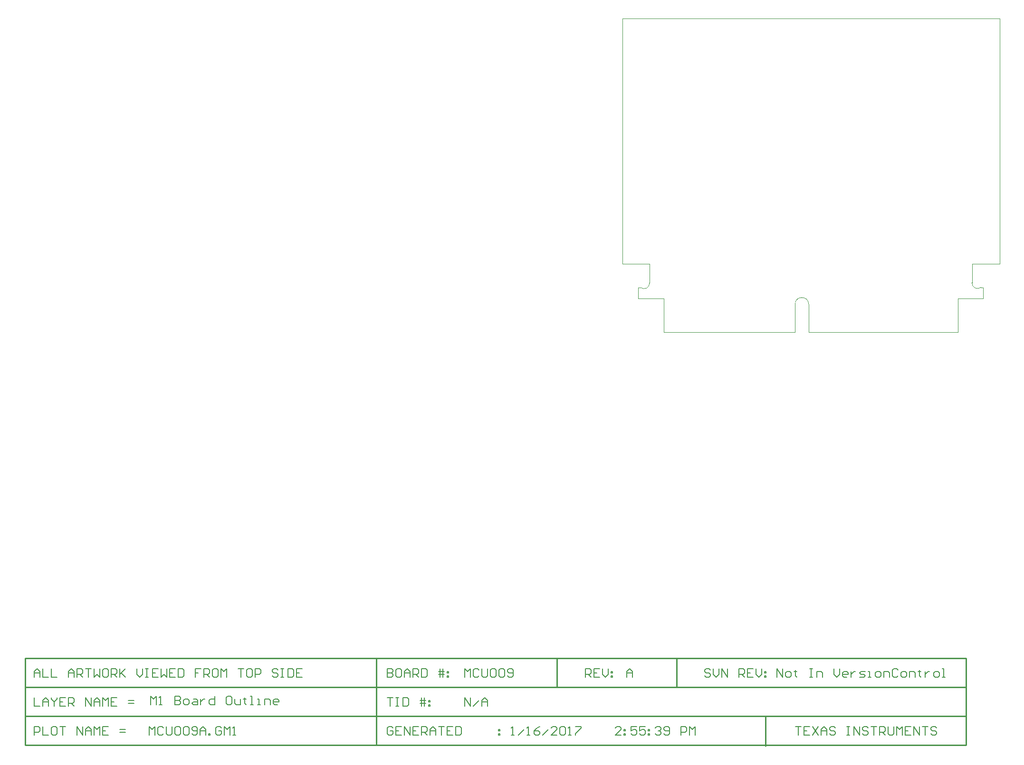
<source format=gm1>
G04 Layer_Color=16711935*
%FSAX25Y25*%
%MOIN*%
G70*
G01*
G75*
%ADD39C,0.01000*%
%ADD40C,0.00800*%
%ADD70C,0.00400*%
%ADD122C,0.00394*%
G54D39*
X0497200Y0080717D02*
Y0101050D01*
X0413200Y0080717D02*
Y0101050D01*
X0040000Y0080717D02*
X0700200D01*
X0040000Y0060383D02*
X0700000D01*
X0040000Y0040050D02*
X0440500D01*
X0040050Y0101050D02*
X0700200D01*
X0040050Y0040050D02*
Y0101050D01*
Y0040050D02*
X0197600D01*
X0040000D02*
Y0101050D01*
X0286500Y0040050D02*
Y0101050D01*
X0700200Y0040050D02*
Y0101050D01*
X0440500Y0040050D02*
X0700200D01*
X0559400Y0039400D02*
Y0059683D01*
G54D40*
X0128090Y0068560D02*
Y0074558D01*
X0130089Y0072559D01*
X0132089Y0074558D01*
Y0068560D01*
X0134088D02*
X0136087D01*
X0135088D01*
Y0074558D01*
X0134088Y0073558D01*
X0145085Y0074558D02*
Y0068560D01*
X0148083D01*
X0149083Y0069560D01*
Y0070559D01*
X0148083Y0071559D01*
X0145085D01*
X0148083D01*
X0149083Y0072559D01*
Y0073558D01*
X0148083Y0074558D01*
X0145085D01*
X0152082Y0068560D02*
X0154082D01*
X0155081Y0069560D01*
Y0071559D01*
X0154082Y0072559D01*
X0152082D01*
X0151083Y0071559D01*
Y0069560D01*
X0152082Y0068560D01*
X0158080Y0072559D02*
X0160080D01*
X0161079Y0071559D01*
Y0068560D01*
X0158080D01*
X0157081Y0069560D01*
X0158080Y0070559D01*
X0161079D01*
X0163079Y0072559D02*
Y0068560D01*
Y0070559D01*
X0164078Y0071559D01*
X0165078Y0072559D01*
X0166078D01*
X0173075Y0074558D02*
Y0068560D01*
X0170076D01*
X0169077Y0069560D01*
Y0071559D01*
X0170076Y0072559D01*
X0173075D01*
X0184072Y0074558D02*
X0182072D01*
X0181073Y0073558D01*
Y0069560D01*
X0182072Y0068560D01*
X0184072D01*
X0185072Y0069560D01*
Y0073558D01*
X0184072Y0074558D01*
X0187071Y0072559D02*
Y0069560D01*
X0188071Y0068560D01*
X0191070D01*
Y0072559D01*
X0194069Y0073558D02*
Y0072559D01*
X0193069D01*
X0195068D01*
X0194069D01*
Y0069560D01*
X0195068Y0068560D01*
X0198067D02*
X0200067D01*
X0199067D01*
Y0074558D01*
X0198067D01*
X0203066Y0068560D02*
X0205065D01*
X0204065D01*
Y0072559D01*
X0203066D01*
X0208064Y0068560D02*
Y0072559D01*
X0211063D01*
X0212063Y0071559D01*
Y0068560D01*
X0217061D02*
X0215062D01*
X0214062Y0069560D01*
Y0071559D01*
X0215062Y0072559D01*
X0217061D01*
X0218061Y0071559D01*
Y0070559D01*
X0214062D01*
X0567400Y0087833D02*
Y0093831D01*
X0571399Y0087833D01*
Y0093831D01*
X0574398Y0087833D02*
X0576397D01*
X0577397Y0088833D01*
Y0090832D01*
X0576397Y0091832D01*
X0574398D01*
X0573398Y0090832D01*
Y0088833D01*
X0574398Y0087833D01*
X0580396Y0092832D02*
Y0091832D01*
X0579396D01*
X0581395D01*
X0580396D01*
Y0088833D01*
X0581395Y0087833D01*
X0590393Y0093831D02*
X0592392D01*
X0591392D01*
Y0087833D01*
X0590393D01*
X0592392D01*
X0595391D02*
Y0091832D01*
X0598390D01*
X0599390Y0090832D01*
Y0087833D01*
X0607387Y0093831D02*
Y0089833D01*
X0609386Y0087833D01*
X0611386Y0089833D01*
Y0093831D01*
X0616384Y0087833D02*
X0614385D01*
X0613385Y0088833D01*
Y0090832D01*
X0614385Y0091832D01*
X0616384D01*
X0617384Y0090832D01*
Y0089833D01*
X0613385D01*
X0619383Y0091832D02*
Y0087833D01*
Y0089833D01*
X0620383Y0090832D01*
X0621383Y0091832D01*
X0622382D01*
X0625381Y0087833D02*
X0628380D01*
X0629380Y0088833D01*
X0628380Y0089833D01*
X0626381D01*
X0625381Y0090832D01*
X0626381Y0091832D01*
X0629380D01*
X0631379Y0087833D02*
X0633379D01*
X0632379D01*
Y0091832D01*
X0631379D01*
X0637377Y0087833D02*
X0639377D01*
X0640376Y0088833D01*
Y0090832D01*
X0639377Y0091832D01*
X0637377D01*
X0636378Y0090832D01*
Y0088833D01*
X0637377Y0087833D01*
X0642376D02*
Y0091832D01*
X0645375D01*
X0646374Y0090832D01*
Y0087833D01*
X0652373Y0092832D02*
X0651373Y0093831D01*
X0649373D01*
X0648374Y0092832D01*
Y0088833D01*
X0649373Y0087833D01*
X0651373D01*
X0652373Y0088833D01*
X0655372Y0087833D02*
X0657371D01*
X0658371Y0088833D01*
Y0090832D01*
X0657371Y0091832D01*
X0655372D01*
X0654372Y0090832D01*
Y0088833D01*
X0655372Y0087833D01*
X0660370D02*
Y0091832D01*
X0663369D01*
X0664369Y0090832D01*
Y0087833D01*
X0667368Y0092832D02*
Y0091832D01*
X0666368D01*
X0668367D01*
X0667368D01*
Y0088833D01*
X0668367Y0087833D01*
X0671366Y0091832D02*
Y0087833D01*
Y0089833D01*
X0672366Y0090832D01*
X0673366Y0091832D01*
X0674365D01*
X0678364Y0087833D02*
X0680364D01*
X0681363Y0088833D01*
Y0090832D01*
X0680364Y0091832D01*
X0678364D01*
X0677364Y0090832D01*
Y0088833D01*
X0678364Y0087833D01*
X0683362D02*
X0685362D01*
X0684362D01*
Y0093831D01*
X0683362D01*
X0520799Y0092832D02*
X0519799Y0093831D01*
X0517800D01*
X0516800Y0092832D01*
Y0091832D01*
X0517800Y0090832D01*
X0519799D01*
X0520799Y0089833D01*
Y0088833D01*
X0519799Y0087833D01*
X0517800D01*
X0516800Y0088833D01*
X0522798Y0093831D02*
Y0089833D01*
X0524797Y0087833D01*
X0526797Y0089833D01*
Y0093831D01*
X0528796Y0087833D02*
Y0093831D01*
X0532795Y0087833D01*
Y0093831D01*
X0540792Y0087833D02*
Y0093831D01*
X0543791D01*
X0544791Y0092832D01*
Y0090832D01*
X0543791Y0089833D01*
X0540792D01*
X0542792D02*
X0544791Y0087833D01*
X0550789Y0093831D02*
X0546790D01*
Y0087833D01*
X0550789D01*
X0546790Y0090832D02*
X0548790D01*
X0552788Y0093831D02*
Y0089833D01*
X0554788Y0087833D01*
X0556787Y0089833D01*
Y0093831D01*
X0558786Y0091832D02*
X0559786D01*
Y0090832D01*
X0558786D01*
Y0091832D01*
Y0088833D02*
X0559786D01*
Y0087833D01*
X0558786D01*
Y0088833D01*
X0433000Y0087833D02*
Y0093831D01*
X0435999D01*
X0436999Y0092832D01*
Y0090832D01*
X0435999Y0089833D01*
X0433000D01*
X0434999D02*
X0436999Y0087833D01*
X0442997Y0093831D02*
X0438998D01*
Y0087833D01*
X0442997D01*
X0438998Y0090832D02*
X0440997D01*
X0444996Y0093831D02*
Y0089833D01*
X0446995Y0087833D01*
X0448995Y0089833D01*
Y0093831D01*
X0450994Y0091832D02*
X0451994D01*
Y0090832D01*
X0450994D01*
Y0091832D01*
Y0088833D02*
X0451994D01*
Y0087833D01*
X0450994D01*
Y0088833D01*
X0126900Y0046966D02*
Y0052965D01*
X0128899Y0050965D01*
X0130899Y0052965D01*
Y0046966D01*
X0136897Y0051965D02*
X0135897Y0052965D01*
X0133898D01*
X0132898Y0051965D01*
Y0047966D01*
X0133898Y0046966D01*
X0135897D01*
X0136897Y0047966D01*
X0138896Y0052965D02*
Y0047966D01*
X0139896Y0046966D01*
X0141895D01*
X0142895Y0047966D01*
Y0052965D01*
X0144894Y0051965D02*
X0145894Y0052965D01*
X0147893D01*
X0148893Y0051965D01*
Y0047966D01*
X0147893Y0046966D01*
X0145894D01*
X0144894Y0047966D01*
Y0051965D01*
X0150892D02*
X0151892Y0052965D01*
X0153891D01*
X0154891Y0051965D01*
Y0047966D01*
X0153891Y0046966D01*
X0151892D01*
X0150892Y0047966D01*
Y0051965D01*
X0156890Y0047966D02*
X0157890Y0046966D01*
X0159889D01*
X0160889Y0047966D01*
Y0051965D01*
X0159889Y0052965D01*
X0157890D01*
X0156890Y0051965D01*
Y0050965D01*
X0157890Y0049966D01*
X0160889D01*
X0162888Y0046966D02*
Y0050965D01*
X0164888Y0052965D01*
X0166887Y0050965D01*
Y0046966D01*
Y0049966D01*
X0162888D01*
X0168886Y0046966D02*
Y0047966D01*
X0169886D01*
Y0046966D01*
X0168886D01*
X0177884Y0051965D02*
X0176884Y0052965D01*
X0174884D01*
X0173885Y0051965D01*
Y0047966D01*
X0174884Y0046966D01*
X0176884D01*
X0177884Y0047966D01*
Y0049966D01*
X0175884D01*
X0179883Y0046966D02*
Y0052965D01*
X0181882Y0050965D01*
X0183882Y0052965D01*
Y0046966D01*
X0185881D02*
X0187880D01*
X0186881D01*
Y0052965D01*
X0185881Y0051965D01*
X0381150Y0046966D02*
X0383149D01*
X0382150D01*
Y0052965D01*
X0381150Y0051965D01*
X0386148Y0046966D02*
X0390147Y0050965D01*
X0392146Y0046966D02*
X0394146D01*
X0393146D01*
Y0052965D01*
X0392146Y0051965D01*
X0401144Y0052965D02*
X0399144Y0051965D01*
X0397145Y0049966D01*
Y0047966D01*
X0398145Y0046966D01*
X0400144D01*
X0401144Y0047966D01*
Y0048966D01*
X0400144Y0049966D01*
X0397145D01*
X0403143Y0046966D02*
X0407142Y0050965D01*
X0413140Y0046966D02*
X0409141D01*
X0413140Y0050965D01*
Y0051965D01*
X0412140Y0052965D01*
X0410141D01*
X0409141Y0051965D01*
X0415139D02*
X0416139Y0052965D01*
X0418138D01*
X0419138Y0051965D01*
Y0047966D01*
X0418138Y0046966D01*
X0416139D01*
X0415139Y0047966D01*
Y0051965D01*
X0421137Y0046966D02*
X0423136D01*
X0422137D01*
Y0052965D01*
X0421137Y0051965D01*
X0426135Y0052965D02*
X0430134D01*
Y0051965D01*
X0426135Y0047966D01*
Y0046966D01*
X0298199Y0051965D02*
X0297199Y0052965D01*
X0295200D01*
X0294200Y0051965D01*
Y0047966D01*
X0295200Y0046966D01*
X0297199D01*
X0298199Y0047966D01*
Y0049966D01*
X0296199D01*
X0304197Y0052965D02*
X0300198D01*
Y0046966D01*
X0304197D01*
X0300198Y0049966D02*
X0302197D01*
X0306196Y0046966D02*
Y0052965D01*
X0310195Y0046966D01*
Y0052965D01*
X0316193D02*
X0312194D01*
Y0046966D01*
X0316193D01*
X0312194Y0049966D02*
X0314194D01*
X0318192Y0046966D02*
Y0052965D01*
X0321191D01*
X0322191Y0051965D01*
Y0049966D01*
X0321191Y0048966D01*
X0318192D01*
X0320192D02*
X0322191Y0046966D01*
X0324190D02*
Y0050965D01*
X0326190Y0052965D01*
X0328189Y0050965D01*
Y0046966D01*
Y0049966D01*
X0324190D01*
X0330188Y0052965D02*
X0334187D01*
X0332188D01*
Y0046966D01*
X0340185Y0052965D02*
X0336186D01*
Y0046966D01*
X0340185D01*
X0336186Y0049966D02*
X0338186D01*
X0342184Y0052965D02*
Y0046966D01*
X0345183D01*
X0346183Y0047966D01*
Y0051965D01*
X0345183Y0052965D01*
X0342184D01*
X0372175Y0050965D02*
X0373175D01*
Y0049966D01*
X0372175D01*
Y0050965D01*
Y0047966D02*
X0373175D01*
Y0046966D01*
X0372175D01*
Y0047966D01*
X0046350Y0087833D02*
Y0091832D01*
X0048349Y0093831D01*
X0050349Y0091832D01*
Y0087833D01*
Y0090832D01*
X0046350D01*
X0052348Y0093831D02*
Y0087833D01*
X0056347D01*
X0058346Y0093831D02*
Y0087833D01*
X0062345D01*
X0070342D02*
Y0091832D01*
X0072342Y0093831D01*
X0074341Y0091832D01*
Y0087833D01*
Y0090832D01*
X0070342D01*
X0076340Y0087833D02*
Y0093831D01*
X0079339D01*
X0080339Y0092832D01*
Y0090832D01*
X0079339Y0089833D01*
X0076340D01*
X0078340D02*
X0080339Y0087833D01*
X0082338Y0093831D02*
X0086337D01*
X0084338D01*
Y0087833D01*
X0088336Y0093831D02*
Y0087833D01*
X0090336Y0089833D01*
X0092335Y0087833D01*
Y0093831D01*
X0097334D02*
X0095334D01*
X0094335Y0092832D01*
Y0088833D01*
X0095334Y0087833D01*
X0097334D01*
X0098333Y0088833D01*
Y0092832D01*
X0097334Y0093831D01*
X0100332Y0087833D02*
Y0093831D01*
X0103332D01*
X0104331Y0092832D01*
Y0090832D01*
X0103332Y0089833D01*
X0100332D01*
X0102332D02*
X0104331Y0087833D01*
X0106331Y0093831D02*
Y0087833D01*
Y0089833D01*
X0110329Y0093831D01*
X0107330Y0090832D01*
X0110329Y0087833D01*
X0118327Y0093831D02*
Y0089833D01*
X0120326Y0087833D01*
X0122325Y0089833D01*
Y0093831D01*
X0124325D02*
X0126324D01*
X0125324D01*
Y0087833D01*
X0124325D01*
X0126324D01*
X0133322Y0093831D02*
X0129323D01*
Y0087833D01*
X0133322D01*
X0129323Y0090832D02*
X0131323D01*
X0135321Y0093831D02*
Y0087833D01*
X0137321Y0089833D01*
X0139320Y0087833D01*
Y0093831D01*
X0145318D02*
X0141319D01*
Y0087833D01*
X0145318D01*
X0141319Y0090832D02*
X0143319D01*
X0147317Y0093831D02*
Y0087833D01*
X0150316D01*
X0151316Y0088833D01*
Y0092832D01*
X0150316Y0093831D01*
X0147317D01*
X0163312D02*
X0159313D01*
Y0090832D01*
X0161313D01*
X0159313D01*
Y0087833D01*
X0165312D02*
Y0093831D01*
X0168310D01*
X0169310Y0092832D01*
Y0090832D01*
X0168310Y0089833D01*
X0165312D01*
X0167311D02*
X0169310Y0087833D01*
X0174309Y0093831D02*
X0172309D01*
X0171310Y0092832D01*
Y0088833D01*
X0172309Y0087833D01*
X0174309D01*
X0175308Y0088833D01*
Y0092832D01*
X0174309Y0093831D01*
X0177308Y0087833D02*
Y0093831D01*
X0179307Y0091832D01*
X0181306Y0093831D01*
Y0087833D01*
X0189304Y0093831D02*
X0193303D01*
X0191303D01*
Y0087833D01*
X0198301Y0093831D02*
X0196301D01*
X0195302Y0092832D01*
Y0088833D01*
X0196301Y0087833D01*
X0198301D01*
X0199301Y0088833D01*
Y0092832D01*
X0198301Y0093831D01*
X0201300Y0087833D02*
Y0093831D01*
X0204299D01*
X0205299Y0092832D01*
Y0090832D01*
X0204299Y0089833D01*
X0201300D01*
X0217295Y0092832D02*
X0216295Y0093831D01*
X0214296D01*
X0213296Y0092832D01*
Y0091832D01*
X0214296Y0090832D01*
X0216295D01*
X0217295Y0089833D01*
Y0088833D01*
X0216295Y0087833D01*
X0214296D01*
X0213296Y0088833D01*
X0219294Y0093831D02*
X0221293D01*
X0220294D01*
Y0087833D01*
X0219294D01*
X0221293D01*
X0224292Y0093831D02*
Y0087833D01*
X0227291D01*
X0228291Y0088833D01*
Y0092832D01*
X0227291Y0093831D01*
X0224292D01*
X0234289D02*
X0230291D01*
Y0087833D01*
X0234289D01*
X0230291Y0090832D02*
X0232290D01*
X0462150Y0087833D02*
Y0091832D01*
X0464149Y0093831D01*
X0466149Y0091832D01*
Y0087833D01*
Y0090832D01*
X0462150D01*
X0348550Y0087833D02*
Y0093831D01*
X0350549Y0091832D01*
X0352549Y0093831D01*
Y0087833D01*
X0358547Y0092832D02*
X0357547Y0093831D01*
X0355548D01*
X0354548Y0092832D01*
Y0088833D01*
X0355548Y0087833D01*
X0357547D01*
X0358547Y0088833D01*
X0360546Y0093831D02*
Y0088833D01*
X0361546Y0087833D01*
X0363545D01*
X0364545Y0088833D01*
Y0093831D01*
X0366544Y0092832D02*
X0367544Y0093831D01*
X0369543D01*
X0370543Y0092832D01*
Y0088833D01*
X0369543Y0087833D01*
X0367544D01*
X0366544Y0088833D01*
Y0092832D01*
X0372542D02*
X0373542Y0093831D01*
X0375541D01*
X0376541Y0092832D01*
Y0088833D01*
X0375541Y0087833D01*
X0373542D01*
X0372542Y0088833D01*
Y0092832D01*
X0378540Y0088833D02*
X0379540Y0087833D01*
X0381539D01*
X0382539Y0088833D01*
Y0092832D01*
X0381539Y0093831D01*
X0379540D01*
X0378540Y0092832D01*
Y0091832D01*
X0379540Y0090832D01*
X0382539D01*
X0294000Y0093831D02*
Y0087833D01*
X0296999D01*
X0297999Y0088833D01*
Y0089833D01*
X0296999Y0090832D01*
X0294000D01*
X0296999D01*
X0297999Y0091832D01*
Y0092832D01*
X0296999Y0093831D01*
X0294000D01*
X0302997D02*
X0300998D01*
X0299998Y0092832D01*
Y0088833D01*
X0300998Y0087833D01*
X0302997D01*
X0303997Y0088833D01*
Y0092832D01*
X0302997Y0093831D01*
X0305996Y0087833D02*
Y0091832D01*
X0307996Y0093831D01*
X0309995Y0091832D01*
Y0087833D01*
Y0090832D01*
X0305996D01*
X0311994Y0087833D02*
Y0093831D01*
X0314993D01*
X0315993Y0092832D01*
Y0090832D01*
X0314993Y0089833D01*
X0311994D01*
X0313994D02*
X0315993Y0087833D01*
X0317992Y0093831D02*
Y0087833D01*
X0320991D01*
X0321991Y0088833D01*
Y0092832D01*
X0320991Y0093831D01*
X0317992D01*
X0330988Y0087833D02*
Y0093831D01*
X0332987D02*
Y0087833D01*
X0329988Y0091832D02*
X0332987D01*
X0333987D01*
X0329988Y0089833D02*
X0333987D01*
X0335986Y0091832D02*
X0336986D01*
Y0090832D01*
X0335986D01*
Y0091832D01*
Y0088833D02*
X0336986D01*
Y0087833D01*
X0335986D01*
Y0088833D01*
X0046350Y0073549D02*
Y0067551D01*
X0050349D01*
X0052348D02*
Y0071549D01*
X0054347Y0073549D01*
X0056347Y0071549D01*
Y0067551D01*
Y0070550D01*
X0052348D01*
X0058346Y0073549D02*
Y0072549D01*
X0060346Y0070550D01*
X0062345Y0072549D01*
Y0073549D01*
X0060346Y0070550D02*
Y0067551D01*
X0068343Y0073549D02*
X0064344D01*
Y0067551D01*
X0068343D01*
X0064344Y0070550D02*
X0066343D01*
X0070342Y0067551D02*
Y0073549D01*
X0073341D01*
X0074341Y0072549D01*
Y0070550D01*
X0073341Y0069550D01*
X0070342D01*
X0072342D02*
X0074341Y0067551D01*
X0082338D02*
Y0073549D01*
X0086337Y0067551D01*
Y0073549D01*
X0088336Y0067551D02*
Y0071549D01*
X0090336Y0073549D01*
X0092335Y0071549D01*
Y0067551D01*
Y0070550D01*
X0088336D01*
X0094335Y0067551D02*
Y0073549D01*
X0096334Y0071549D01*
X0098333Y0073549D01*
Y0067551D01*
X0104331Y0073549D02*
X0100332D01*
Y0067551D01*
X0104331D01*
X0100332Y0070550D02*
X0102332D01*
X0112329Y0069550D02*
X0116327D01*
X0112329Y0071549D02*
X0116327D01*
X0046350Y0046966D02*
Y0052965D01*
X0049349D01*
X0050349Y0051965D01*
Y0049966D01*
X0049349Y0048966D01*
X0046350D01*
X0052348Y0052965D02*
Y0046966D01*
X0056347D01*
X0061345Y0052965D02*
X0059346D01*
X0058346Y0051965D01*
Y0047966D01*
X0059346Y0046966D01*
X0061345D01*
X0062345Y0047966D01*
Y0051965D01*
X0061345Y0052965D01*
X0064344D02*
X0068343D01*
X0066343D01*
Y0046966D01*
X0076340D02*
Y0052965D01*
X0080339Y0046966D01*
Y0052965D01*
X0082338Y0046966D02*
Y0050965D01*
X0084338Y0052965D01*
X0086337Y0050965D01*
Y0046966D01*
Y0049966D01*
X0082338D01*
X0088336Y0046966D02*
Y0052965D01*
X0090336Y0050965D01*
X0092335Y0052965D01*
Y0046966D01*
X0098333Y0052965D02*
X0094335D01*
Y0046966D01*
X0098333D01*
X0094335Y0049966D02*
X0096334D01*
X0106331Y0048966D02*
X0110329D01*
X0106331Y0050965D02*
X0110329D01*
X0458049Y0046966D02*
X0454050D01*
X0458049Y0050965D01*
Y0051965D01*
X0457049Y0052965D01*
X0455050D01*
X0454050Y0051965D01*
X0460048Y0050965D02*
X0461048D01*
Y0049966D01*
X0460048D01*
Y0050965D01*
Y0047966D02*
X0461048D01*
Y0046966D01*
X0460048D01*
Y0047966D01*
X0469045Y0052965D02*
X0465046D01*
Y0049966D01*
X0467046Y0050965D01*
X0468046D01*
X0469045Y0049966D01*
Y0047966D01*
X0468046Y0046966D01*
X0466046D01*
X0465046Y0047966D01*
X0475043Y0052965D02*
X0471044D01*
Y0049966D01*
X0473044Y0050965D01*
X0474044D01*
X0475043Y0049966D01*
Y0047966D01*
X0474044Y0046966D01*
X0472044D01*
X0471044Y0047966D01*
X0477043Y0050965D02*
X0478042D01*
Y0049966D01*
X0477043D01*
Y0050965D01*
Y0047966D02*
X0478042D01*
Y0046966D01*
X0477043D01*
Y0047966D01*
X0482041Y0051965D02*
X0483041Y0052965D01*
X0485040D01*
X0486040Y0051965D01*
Y0050965D01*
X0485040Y0049966D01*
X0484040D01*
X0485040D01*
X0486040Y0048966D01*
Y0047966D01*
X0485040Y0046966D01*
X0483041D01*
X0482041Y0047966D01*
X0488039D02*
X0489039Y0046966D01*
X0491038D01*
X0492038Y0047966D01*
Y0051965D01*
X0491038Y0052965D01*
X0489039D01*
X0488039Y0051965D01*
Y0050965D01*
X0489039Y0049966D01*
X0492038D01*
X0500035Y0046966D02*
Y0052965D01*
X0503034D01*
X0504034Y0051965D01*
Y0049966D01*
X0503034Y0048966D01*
X0500035D01*
X0506033Y0046966D02*
Y0052965D01*
X0508033Y0050965D01*
X0510032Y0052965D01*
Y0046966D01*
X0580500Y0052965D02*
X0584499D01*
X0582499D01*
Y0046966D01*
X0590497Y0052965D02*
X0586498D01*
Y0046966D01*
X0590497D01*
X0586498Y0049966D02*
X0588497D01*
X0592496Y0052965D02*
X0596495Y0046966D01*
Y0052965D02*
X0592496Y0046966D01*
X0598494D02*
Y0050965D01*
X0600493Y0052965D01*
X0602493Y0050965D01*
Y0046966D01*
Y0049966D01*
X0598494D01*
X0608491Y0051965D02*
X0607491Y0052965D01*
X0605492D01*
X0604492Y0051965D01*
Y0050965D01*
X0605492Y0049966D01*
X0607491D01*
X0608491Y0048966D01*
Y0047966D01*
X0607491Y0046966D01*
X0605492D01*
X0604492Y0047966D01*
X0616488Y0052965D02*
X0618488D01*
X0617488D01*
Y0046966D01*
X0616488D01*
X0618488D01*
X0621487D02*
Y0052965D01*
X0625486Y0046966D01*
Y0052965D01*
X0631484Y0051965D02*
X0630484Y0052965D01*
X0628484D01*
X0627485Y0051965D01*
Y0050965D01*
X0628484Y0049966D01*
X0630484D01*
X0631484Y0048966D01*
Y0047966D01*
X0630484Y0046966D01*
X0628484D01*
X0627485Y0047966D01*
X0633483Y0052965D02*
X0637482D01*
X0635482D01*
Y0046966D01*
X0639481D02*
Y0052965D01*
X0642480D01*
X0643480Y0051965D01*
Y0049966D01*
X0642480Y0048966D01*
X0639481D01*
X0641480D02*
X0643480Y0046966D01*
X0645479Y0052965D02*
Y0047966D01*
X0646479Y0046966D01*
X0648478D01*
X0649478Y0047966D01*
Y0052965D01*
X0651477Y0046966D02*
Y0052965D01*
X0653476Y0050965D01*
X0655476Y0052965D01*
Y0046966D01*
X0661474Y0052965D02*
X0657475D01*
Y0046966D01*
X0661474D01*
X0657475Y0049966D02*
X0659474D01*
X0663473Y0046966D02*
Y0052965D01*
X0667472Y0046966D01*
Y0052965D01*
X0669471D02*
X0673470D01*
X0671471D01*
Y0046966D01*
X0679468Y0051965D02*
X0678468Y0052965D01*
X0676469D01*
X0675469Y0051965D01*
Y0050965D01*
X0676469Y0049966D01*
X0678468D01*
X0679468Y0048966D01*
Y0047966D01*
X0678468Y0046966D01*
X0676469D01*
X0675469Y0047966D01*
X0294000Y0073498D02*
X0297999D01*
X0295999D01*
Y0067500D01*
X0299998Y0073498D02*
X0301997D01*
X0300998D01*
Y0067500D01*
X0299998D01*
X0301997D01*
X0304996Y0073498D02*
Y0067500D01*
X0307996D01*
X0308995Y0068500D01*
Y0072498D01*
X0307996Y0073498D01*
X0304996D01*
X0317992Y0067500D02*
Y0073498D01*
X0319992D02*
Y0067500D01*
X0316993Y0071499D02*
X0319992D01*
X0320991D01*
X0316993Y0069499D02*
X0320991D01*
X0322991Y0071499D02*
X0323990D01*
Y0070499D01*
X0322991D01*
Y0071499D01*
Y0068500D02*
X0323990D01*
Y0067500D01*
X0322991D01*
Y0068500D01*
X0348550Y0067500D02*
Y0073498D01*
X0352549Y0067500D01*
Y0073498D01*
X0354548Y0067500D02*
X0358547Y0071499D01*
X0360546Y0067500D02*
Y0071499D01*
X0362545Y0073498D01*
X0364545Y0071499D01*
Y0067500D01*
Y0070499D01*
X0360546D01*
G54D70*
X0589670Y0349700D02*
G03*
X0580149Y0349700I-0004760J0000000D01*
G01*
X0471808Y0361442D02*
G03*
X0478056Y0364743I0002352J0003111D01*
G01*
X0704236Y0364837D02*
G03*
X0710484Y0361536I0003895J-0000190D01*
G01*
X0458912Y0378032D02*
Y0500625D01*
Y0378032D02*
X0458914Y0378030D01*
X0478028D01*
X0478015Y0378017D02*
X0478028Y0378030D01*
X0478015Y0364684D02*
Y0378017D01*
Y0364684D02*
X0478022Y0364678D01*
X0470180Y0361442D02*
X0471808D01*
X0470176Y0361438D02*
X0470180Y0361442D01*
X0470176Y0353649D02*
Y0361438D01*
Y0353649D02*
X0470182Y0353656D01*
X0487895D01*
X0487901Y0353649D01*
Y0330056D02*
Y0353649D01*
Y0330056D02*
X0487907Y0330062D01*
X0580120D01*
Y0349717D01*
X0589634Y0330027D02*
Y0349717D01*
Y0330027D02*
X0589641Y0330033D01*
X0694409D01*
Y0353643D01*
X0694417Y0353651D01*
X0712114D01*
X0712114Y0353651D02*
X0712114Y0353651D01*
X0712114Y0353651D02*
Y0361540D01*
X0712109Y0361536D02*
X0712114Y0361540D01*
X0710484Y0361536D02*
X0712109D01*
X0704236Y0364837D02*
Y0378046D01*
X0704269Y0378080D01*
X0723626D01*
Y0550570D01*
X0458933D02*
X0723626D01*
X0458922Y0550559D02*
X0458933Y0550570D01*
X0458922Y0547879D02*
Y0550559D01*
X0458912Y0547869D02*
X0458922Y0547879D01*
G54D122*
X0458912Y0500625D02*
Y0547869D01*
M02*

</source>
